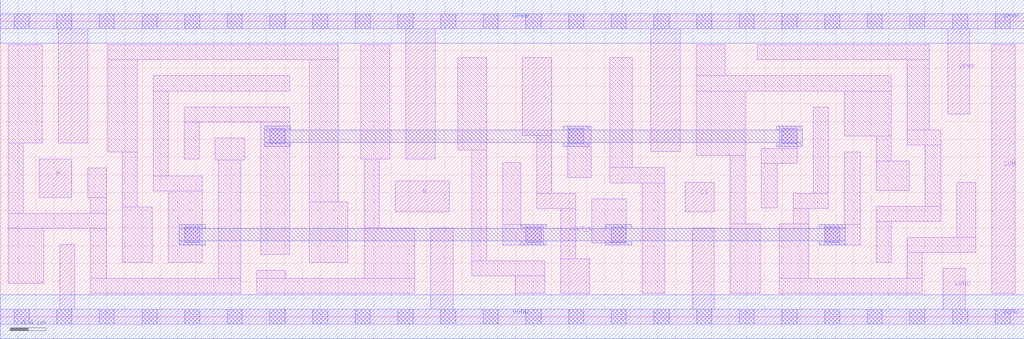
<source format=lef>
# Copyright 2020 The SkyWater PDK Authors
#
# Licensed under the Apache License, Version 2.0 (the "License");
# you may not use this file except in compliance with the License.
# You may obtain a copy of the License at
#
#     https://www.apache.org/licenses/LICENSE-2.0
#
# Unless required by applicable law or agreed to in writing, software
# distributed under the License is distributed on an "AS IS" BASIS,
# WITHOUT WARRANTIES OR CONDITIONS OF ANY KIND, either express or implied.
# See the License for the specific language governing permissions and
# limitations under the License.
#
# SPDX-License-Identifier: Apache-2.0

VERSION 5.7 ;
  NAMESCASESENSITIVE ON ;
  NOWIREEXTENSIONATPIN ON ;
  DIVIDERCHAR "/" ;
  BUSBITCHARS "[]" ;
UNITS
  DATABASE MICRONS 200 ;
END UNITS
MACRO sky130_fd_sc_lp__fahcon_1
  CLASS CORE ;
  SOURCE USER ;
  FOREIGN sky130_fd_sc_lp__fahcon_1 ;
  ORIGIN  0.000000  0.000000 ;
  SIZE  11.52000 BY  3.330000 ;
  SYMMETRY X Y R90 ;
  SITE unit ;
  PIN A
    ANTENNAGATEAREA  0.315000 ;
    DIRECTION INPUT ;
    USE SIGNAL ;
    PORT
      LAYER li1 ;
        RECT 0.440000 1.345000 0.805000 1.780000 ;
    END
  END A
  PIN B
    ANTENNAGATEAREA  1.005000 ;
    DIRECTION INPUT ;
    USE SIGNAL ;
    PORT
      LAYER li1 ;
        RECT 4.445000 1.180000 5.050000 1.530000 ;
    END
  END B
  PIN CI
    ANTENNAGATEAREA  0.561000 ;
    DIRECTION INPUT ;
    USE SIGNAL ;
    PORT
      LAYER li1 ;
        RECT 7.705000 1.180000 8.035000 1.515000 ;
    END
  END CI
  PIN COUT_N
    ANTENNADIFFAREA  1.035600 ;
    DIRECTION OUTPUT ;
    USE SIGNAL ;
    PORT
      LAYER li1 ;
        RECT 5.875000 2.040000 6.205000 2.920000 ;
        RECT 6.035000 1.220000 6.475000 1.390000 ;
        RECT 6.035000 1.390000 6.205000 2.040000 ;
        RECT 6.305000 0.265000 6.635000 0.650000 ;
        RECT 6.305000 0.650000 6.475000 1.220000 ;
    END
  END COUT_N
  PIN SUM
    ANTENNADIFFAREA  0.579600 ;
    DIRECTION OUTPUT ;
    USE SIGNAL ;
    PORT
      LAYER li1 ;
        RECT 11.155000 0.265000 11.420000 3.065000 ;
    END
  END SUM
  PIN VGND
    DIRECTION INOUT ;
    USE GROUND ;
    PORT
      LAYER li1 ;
        RECT  0.000000 -0.085000 11.520000 0.085000 ;
        RECT  0.670000  0.085000  0.840000 0.815000 ;
        RECT  4.845000  0.085000  5.095000 1.000000 ;
        RECT  7.785000  0.085000  8.035000 1.000000 ;
        RECT 10.610000  0.085000 10.860000 0.545000 ;
      LAYER mcon ;
        RECT  0.155000 -0.085000  0.325000 0.085000 ;
        RECT  0.635000 -0.085000  0.805000 0.085000 ;
        RECT  1.115000 -0.085000  1.285000 0.085000 ;
        RECT  1.595000 -0.085000  1.765000 0.085000 ;
        RECT  2.075000 -0.085000  2.245000 0.085000 ;
        RECT  2.555000 -0.085000  2.725000 0.085000 ;
        RECT  3.035000 -0.085000  3.205000 0.085000 ;
        RECT  3.515000 -0.085000  3.685000 0.085000 ;
        RECT  3.995000 -0.085000  4.165000 0.085000 ;
        RECT  4.475000 -0.085000  4.645000 0.085000 ;
        RECT  4.955000 -0.085000  5.125000 0.085000 ;
        RECT  5.435000 -0.085000  5.605000 0.085000 ;
        RECT  5.915000 -0.085000  6.085000 0.085000 ;
        RECT  6.395000 -0.085000  6.565000 0.085000 ;
        RECT  6.875000 -0.085000  7.045000 0.085000 ;
        RECT  7.355000 -0.085000  7.525000 0.085000 ;
        RECT  7.835000 -0.085000  8.005000 0.085000 ;
        RECT  8.315000 -0.085000  8.485000 0.085000 ;
        RECT  8.795000 -0.085000  8.965000 0.085000 ;
        RECT  9.275000 -0.085000  9.445000 0.085000 ;
        RECT  9.755000 -0.085000  9.925000 0.085000 ;
        RECT 10.235000 -0.085000 10.405000 0.085000 ;
        RECT 10.715000 -0.085000 10.885000 0.085000 ;
        RECT 11.195000 -0.085000 11.365000 0.085000 ;
      LAYER met1 ;
        RECT 0.000000 -0.245000 11.520000 0.245000 ;
    END
  END VGND
  PIN VPWR
    DIRECTION INOUT ;
    USE POWER ;
    PORT
      LAYER li1 ;
        RECT  0.000000 3.245000 11.520000 3.415000 ;
        RECT  0.655000 1.960000  0.985000 3.245000 ;
        RECT  4.565000 1.775000  4.895000 3.245000 ;
        RECT  7.320000 1.860000  7.650000 3.245000 ;
        RECT 10.660000 2.285000 10.910000 3.245000 ;
      LAYER mcon ;
        RECT  0.155000 3.245000  0.325000 3.415000 ;
        RECT  0.635000 3.245000  0.805000 3.415000 ;
        RECT  1.115000 3.245000  1.285000 3.415000 ;
        RECT  1.595000 3.245000  1.765000 3.415000 ;
        RECT  2.075000 3.245000  2.245000 3.415000 ;
        RECT  2.555000 3.245000  2.725000 3.415000 ;
        RECT  3.035000 3.245000  3.205000 3.415000 ;
        RECT  3.515000 3.245000  3.685000 3.415000 ;
        RECT  3.995000 3.245000  4.165000 3.415000 ;
        RECT  4.475000 3.245000  4.645000 3.415000 ;
        RECT  4.955000 3.245000  5.125000 3.415000 ;
        RECT  5.435000 3.245000  5.605000 3.415000 ;
        RECT  5.915000 3.245000  6.085000 3.415000 ;
        RECT  6.395000 3.245000  6.565000 3.415000 ;
        RECT  6.875000 3.245000  7.045000 3.415000 ;
        RECT  7.355000 3.245000  7.525000 3.415000 ;
        RECT  7.835000 3.245000  8.005000 3.415000 ;
        RECT  8.315000 3.245000  8.485000 3.415000 ;
        RECT  8.795000 3.245000  8.965000 3.415000 ;
        RECT  9.275000 3.245000  9.445000 3.415000 ;
        RECT  9.755000 3.245000  9.925000 3.415000 ;
        RECT 10.235000 3.245000 10.405000 3.415000 ;
        RECT 10.715000 3.245000 10.885000 3.415000 ;
        RECT 11.195000 3.245000 11.365000 3.415000 ;
      LAYER met1 ;
        RECT 0.000000 3.085000 11.520000 3.575000 ;
    END
  END VPWR
  OBS
    LAYER li1 ;
      RECT  0.090000 0.375000  0.490000 0.995000 ;
      RECT  0.090000 0.995000  1.190000 1.165000 ;
      RECT  0.090000 1.165000  0.260000 1.960000 ;
      RECT  0.090000 1.960000  0.475000 3.065000 ;
      RECT  0.985000 1.345000  1.190000 1.675000 ;
      RECT  1.020000 0.265000  2.705000 0.435000 ;
      RECT  1.020000 0.435000  1.190000 0.995000 ;
      RECT  1.020000 1.165000  1.190000 1.345000 ;
      RECT  1.210000 1.855000  1.540000 2.895000 ;
      RECT  1.210000 2.895000  3.805000 3.065000 ;
      RECT  1.370000 0.615000  1.710000 1.235000 ;
      RECT  1.370000 1.235000  1.540000 1.855000 ;
      RECT  1.720000 1.415000  2.275000 1.585000 ;
      RECT  1.720000 1.585000  1.890000 2.545000 ;
      RECT  1.720000 2.545000  3.260000 2.715000 ;
      RECT  1.890000 0.615000  2.275000 1.415000 ;
      RECT  2.070000 1.775000  2.240000 2.195000 ;
      RECT  2.070000 2.195000  3.260000 2.365000 ;
      RECT  2.420000 1.765000  2.750000 2.015000 ;
      RECT  2.455000 0.435000  2.705000 1.765000 ;
      RECT  2.885000 0.265000  4.665000 0.435000 ;
      RECT  2.885000 0.435000  3.215000 0.525000 ;
      RECT  2.930000 0.705000  3.260000 2.195000 ;
      RECT  3.475000 0.615000  3.910000 1.295000 ;
      RECT  3.475000 1.295000  3.805000 2.895000 ;
      RECT  4.055000 1.775000  4.385000 3.065000 ;
      RECT  4.095000 0.435000  4.665000 1.000000 ;
      RECT  4.095000 1.000000  4.265000 1.775000 ;
      RECT  5.145000 1.880000  5.475000 2.920000 ;
      RECT  5.305000 0.460000  6.125000 0.630000 ;
      RECT  5.305000 0.630000  5.475000 1.880000 ;
      RECT  5.655000 0.810000  6.115000 1.040000 ;
      RECT  5.655000 1.040000  5.855000 1.740000 ;
      RECT  5.795000 0.265000  6.125000 0.460000 ;
      RECT  6.385000 1.570000  6.650000 2.150000 ;
      RECT  6.655000 0.830000  7.045000 1.330000 ;
      RECT  6.860000 1.510000  7.475000 1.680000 ;
      RECT  6.860000 1.680000  7.110000 2.920000 ;
      RECT  7.225000 0.265000  7.475000 1.510000 ;
      RECT  7.830000 1.815000  8.385000 2.545000 ;
      RECT  7.830000 2.545000 10.025000 2.715000 ;
      RECT  7.830000 2.715000  8.160000 3.065000 ;
      RECT  8.215000 0.265000  8.550000 1.045000 ;
      RECT  8.215000 1.045000  8.385000 1.815000 ;
      RECT  8.520000 2.895000 10.455000 3.065000 ;
      RECT  8.565000 1.225000  8.745000 1.725000 ;
      RECT  8.565000 1.725000  8.965000 1.895000 ;
      RECT  8.765000 0.265000 10.375000 0.435000 ;
      RECT  8.765000 0.435000  9.095000 1.045000 ;
      RECT  8.765000 1.895000  8.965000 2.150000 ;
      RECT  8.925000 1.045000  9.095000 1.220000 ;
      RECT  8.925000 1.220000  9.315000 1.390000 ;
      RECT  9.145000 1.390000  9.315000 2.365000 ;
      RECT  9.275000 0.810000  9.675000 1.040000 ;
      RECT  9.495000 1.040000  9.675000 1.855000 ;
      RECT  9.495000 2.035000 10.025000 2.545000 ;
      RECT  9.855000 0.615000 10.025000 1.075000 ;
      RECT  9.855000 1.075000 10.580000 1.245000 ;
      RECT  9.855000 1.425000 10.230000 1.755000 ;
      RECT  9.855000 1.755000 10.025000 2.035000 ;
      RECT 10.205000 0.435000 10.375000 0.725000 ;
      RECT 10.205000 0.725000 10.975000 0.895000 ;
      RECT 10.205000 1.935000 10.580000 2.105000 ;
      RECT 10.205000 2.105000 10.455000 2.895000 ;
      RECT 10.410000 1.245000 10.580000 1.935000 ;
      RECT 10.760000 0.895000 10.975000 1.515000 ;
    LAYER mcon ;
      RECT 2.075000 0.840000 2.245000 1.010000 ;
      RECT 3.035000 1.950000 3.205000 2.120000 ;
      RECT 5.915000 0.840000 6.085000 1.010000 ;
      RECT 6.395000 1.950000 6.565000 2.120000 ;
      RECT 6.875000 0.840000 7.045000 1.010000 ;
      RECT 8.795000 1.950000 8.965000 2.120000 ;
      RECT 9.275000 0.840000 9.445000 1.010000 ;
    LAYER met1 ;
      RECT 2.015000 0.810000 2.305000 0.855000 ;
      RECT 2.015000 0.855000 9.505000 0.995000 ;
      RECT 2.015000 0.995000 2.305000 1.040000 ;
      RECT 2.975000 1.920000 3.265000 1.965000 ;
      RECT 2.975000 1.965000 9.025000 2.105000 ;
      RECT 2.975000 2.105000 3.265000 2.150000 ;
      RECT 5.855000 0.810000 6.145000 0.855000 ;
      RECT 5.855000 0.995000 6.145000 1.040000 ;
      RECT 6.335000 1.920000 6.625000 1.965000 ;
      RECT 6.335000 2.105000 6.625000 2.150000 ;
      RECT 6.815000 0.810000 7.105000 0.855000 ;
      RECT 6.815000 0.995000 7.105000 1.040000 ;
      RECT 8.735000 1.920000 9.025000 1.965000 ;
      RECT 8.735000 2.105000 9.025000 2.150000 ;
      RECT 9.215000 0.810000 9.505000 0.855000 ;
      RECT 9.215000 0.995000 9.505000 1.040000 ;
  END
END sky130_fd_sc_lp__fahcon_1

</source>
